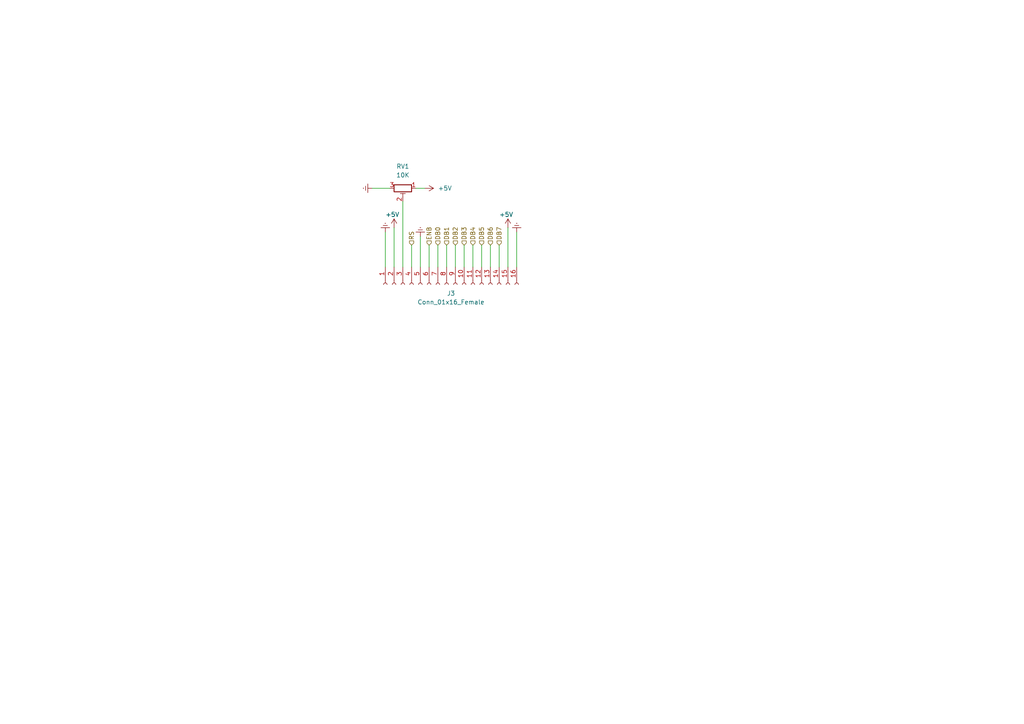
<source format=kicad_sch>
(kicad_sch (version 20211123) (generator eeschema)

  (uuid 51f5d609-3128-4950-b055-c25b60121b76)

  (paper "A4")

  (lib_symbols
    (symbol "Connector:Conn_01x16_Female" (pin_names (offset 1.016) hide) (in_bom yes) (on_board yes)
      (property "Reference" "J" (id 0) (at 0 20.32 0)
        (effects (font (size 1.27 1.27)))
      )
      (property "Value" "Conn_01x16_Female" (id 1) (at 0 -22.86 0)
        (effects (font (size 1.27 1.27)))
      )
      (property "Footprint" "" (id 2) (at 0 0 0)
        (effects (font (size 1.27 1.27)) hide)
      )
      (property "Datasheet" "~" (id 3) (at 0 0 0)
        (effects (font (size 1.27 1.27)) hide)
      )
      (property "ki_keywords" "connector" (id 4) (at 0 0 0)
        (effects (font (size 1.27 1.27)) hide)
      )
      (property "ki_description" "Generic connector, single row, 01x16, script generated (kicad-library-utils/schlib/autogen/connector/)" (id 5) (at 0 0 0)
        (effects (font (size 1.27 1.27)) hide)
      )
      (property "ki_fp_filters" "Connector*:*_1x??_*" (id 6) (at 0 0 0)
        (effects (font (size 1.27 1.27)) hide)
      )
      (symbol "Conn_01x16_Female_1_1"
        (arc (start 0 -19.812) (mid -0.508 -20.32) (end 0 -20.828)
          (stroke (width 0.1524) (type default) (color 0 0 0 0))
          (fill (type none))
        )
        (arc (start 0 -17.272) (mid -0.508 -17.78) (end 0 -18.288)
          (stroke (width 0.1524) (type default) (color 0 0 0 0))
          (fill (type none))
        )
        (arc (start 0 -14.732) (mid -0.508 -15.24) (end 0 -15.748)
          (stroke (width 0.1524) (type default) (color 0 0 0 0))
          (fill (type none))
        )
        (arc (start 0 -12.192) (mid -0.508 -12.7) (end 0 -13.208)
          (stroke (width 0.1524) (type default) (color 0 0 0 0))
          (fill (type none))
        )
        (arc (start 0 -9.652) (mid -0.508 -10.16) (end 0 -10.668)
          (stroke (width 0.1524) (type default) (color 0 0 0 0))
          (fill (type none))
        )
        (arc (start 0 -7.112) (mid -0.508 -7.62) (end 0 -8.128)
          (stroke (width 0.1524) (type default) (color 0 0 0 0))
          (fill (type none))
        )
        (arc (start 0 -4.572) (mid -0.508 -5.08) (end 0 -5.588)
          (stroke (width 0.1524) (type default) (color 0 0 0 0))
          (fill (type none))
        )
        (arc (start 0 -2.032) (mid -0.508 -2.54) (end 0 -3.048)
          (stroke (width 0.1524) (type default) (color 0 0 0 0))
          (fill (type none))
        )
        (polyline
          (pts
            (xy -1.27 -20.32)
            (xy -0.508 -20.32)
          )
          (stroke (width 0.1524) (type default) (color 0 0 0 0))
          (fill (type none))
        )
        (polyline
          (pts
            (xy -1.27 -17.78)
            (xy -0.508 -17.78)
          )
          (stroke (width 0.1524) (type default) (color 0 0 0 0))
          (fill (type none))
        )
        (polyline
          (pts
            (xy -1.27 -15.24)
            (xy -0.508 -15.24)
          )
          (stroke (width 0.1524) (type default) (color 0 0 0 0))
          (fill (type none))
        )
        (polyline
          (pts
            (xy -1.27 -12.7)
            (xy -0.508 -12.7)
          )
          (stroke (width 0.1524) (type default) (color 0 0 0 0))
          (fill (type none))
        )
        (polyline
          (pts
            (xy -1.27 -10.16)
            (xy -0.508 -10.16)
          )
          (stroke (width 0.1524) (type default) (color 0 0 0 0))
          (fill (type none))
        )
        (polyline
          (pts
            (xy -1.27 -7.62)
            (xy -0.508 -7.62)
          )
          (stroke (width 0.1524) (type default) (color 0 0 0 0))
          (fill (type none))
        )
        (polyline
          (pts
            (xy -1.27 -5.08)
            (xy -0.508 -5.08)
          )
          (stroke (width 0.1524) (type default) (color 0 0 0 0))
          (fill (type none))
        )
        (polyline
          (pts
            (xy -1.27 -2.54)
            (xy -0.508 -2.54)
          )
          (stroke (width 0.1524) (type default) (color 0 0 0 0))
          (fill (type none))
        )
        (polyline
          (pts
            (xy -1.27 0)
            (xy -0.508 0)
          )
          (stroke (width 0.1524) (type default) (color 0 0 0 0))
          (fill (type none))
        )
        (polyline
          (pts
            (xy -1.27 2.54)
            (xy -0.508 2.54)
          )
          (stroke (width 0.1524) (type default) (color 0 0 0 0))
          (fill (type none))
        )
        (polyline
          (pts
            (xy -1.27 5.08)
            (xy -0.508 5.08)
          )
          (stroke (width 0.1524) (type default) (color 0 0 0 0))
          (fill (type none))
        )
        (polyline
          (pts
            (xy -1.27 7.62)
            (xy -0.508 7.62)
          )
          (stroke (width 0.1524) (type default) (color 0 0 0 0))
          (fill (type none))
        )
        (polyline
          (pts
            (xy -1.27 10.16)
            (xy -0.508 10.16)
          )
          (stroke (width 0.1524) (type default) (color 0 0 0 0))
          (fill (type none))
        )
        (polyline
          (pts
            (xy -1.27 12.7)
            (xy -0.508 12.7)
          )
          (stroke (width 0.1524) (type default) (color 0 0 0 0))
          (fill (type none))
        )
        (polyline
          (pts
            (xy -1.27 15.24)
            (xy -0.508 15.24)
          )
          (stroke (width 0.1524) (type default) (color 0 0 0 0))
          (fill (type none))
        )
        (polyline
          (pts
            (xy -1.27 17.78)
            (xy -0.508 17.78)
          )
          (stroke (width 0.1524) (type default) (color 0 0 0 0))
          (fill (type none))
        )
        (arc (start 0 0.508) (mid -0.508 0) (end 0 -0.508)
          (stroke (width 0.1524) (type default) (color 0 0 0 0))
          (fill (type none))
        )
        (arc (start 0 3.048) (mid -0.508 2.54) (end 0 2.032)
          (stroke (width 0.1524) (type default) (color 0 0 0 0))
          (fill (type none))
        )
        (arc (start 0 5.588) (mid -0.508 5.08) (end 0 4.572)
          (stroke (width 0.1524) (type default) (color 0 0 0 0))
          (fill (type none))
        )
        (arc (start 0 8.128) (mid -0.508 7.62) (end 0 7.112)
          (stroke (width 0.1524) (type default) (color 0 0 0 0))
          (fill (type none))
        )
        (arc (start 0 10.668) (mid -0.508 10.16) (end 0 9.652)
          (stroke (width 0.1524) (type default) (color 0 0 0 0))
          (fill (type none))
        )
        (arc (start 0 13.208) (mid -0.508 12.7) (end 0 12.192)
          (stroke (width 0.1524) (type default) (color 0 0 0 0))
          (fill (type none))
        )
        (arc (start 0 15.748) (mid -0.508 15.24) (end 0 14.732)
          (stroke (width 0.1524) (type default) (color 0 0 0 0))
          (fill (type none))
        )
        (arc (start 0 18.288) (mid -0.508 17.78) (end 0 17.272)
          (stroke (width 0.1524) (type default) (color 0 0 0 0))
          (fill (type none))
        )
        (pin passive line (at -5.08 17.78 0) (length 3.81)
          (name "Pin_1" (effects (font (size 1.27 1.27))))
          (number "1" (effects (font (size 1.27 1.27))))
        )
        (pin passive line (at -5.08 -5.08 0) (length 3.81)
          (name "Pin_10" (effects (font (size 1.27 1.27))))
          (number "10" (effects (font (size 1.27 1.27))))
        )
        (pin passive line (at -5.08 -7.62 0) (length 3.81)
          (name "Pin_11" (effects (font (size 1.27 1.27))))
          (number "11" (effects (font (size 1.27 1.27))))
        )
        (pin passive line (at -5.08 -10.16 0) (length 3.81)
          (name "Pin_12" (effects (font (size 1.27 1.27))))
          (number "12" (effects (font (size 1.27 1.27))))
        )
        (pin passive line (at -5.08 -12.7 0) (length 3.81)
          (name "Pin_13" (effects (font (size 1.27 1.27))))
          (number "13" (effects (font (size 1.27 1.27))))
        )
        (pin passive line (at -5.08 -15.24 0) (length 3.81)
          (name "Pin_14" (effects (font (size 1.27 1.27))))
          (number "14" (effects (font (size 1.27 1.27))))
        )
        (pin passive line (at -5.08 -17.78 0) (length 3.81)
          (name "Pin_15" (effects (font (size 1.27 1.27))))
          (number "15" (effects (font (size 1.27 1.27))))
        )
        (pin passive line (at -5.08 -20.32 0) (length 3.81)
          (name "Pin_16" (effects (font (size 1.27 1.27))))
          (number "16" (effects (font (size 1.27 1.27))))
        )
        (pin passive line (at -5.08 15.24 0) (length 3.81)
          (name "Pin_2" (effects (font (size 1.27 1.27))))
          (number "2" (effects (font (size 1.27 1.27))))
        )
        (pin passive line (at -5.08 12.7 0) (length 3.81)
          (name "Pin_3" (effects (font (size 1.27 1.27))))
          (number "3" (effects (font (size 1.27 1.27))))
        )
        (pin passive line (at -5.08 10.16 0) (length 3.81)
          (name "Pin_4" (effects (font (size 1.27 1.27))))
          (number "4" (effects (font (size 1.27 1.27))))
        )
        (pin passive line (at -5.08 7.62 0) (length 3.81)
          (name "Pin_5" (effects (font (size 1.27 1.27))))
          (number "5" (effects (font (size 1.27 1.27))))
        )
        (pin passive line (at -5.08 5.08 0) (length 3.81)
          (name "Pin_6" (effects (font (size 1.27 1.27))))
          (number "6" (effects (font (size 1.27 1.27))))
        )
        (pin passive line (at -5.08 2.54 0) (length 3.81)
          (name "Pin_7" (effects (font (size 1.27 1.27))))
          (number "7" (effects (font (size 1.27 1.27))))
        )
        (pin passive line (at -5.08 0 0) (length 3.81)
          (name "Pin_8" (effects (font (size 1.27 1.27))))
          (number "8" (effects (font (size 1.27 1.27))))
        )
        (pin passive line (at -5.08 -2.54 0) (length 3.81)
          (name "Pin_9" (effects (font (size 1.27 1.27))))
          (number "9" (effects (font (size 1.27 1.27))))
        )
      )
    )
    (symbol "Device:R_Potentiometer_Trim" (pin_names (offset 1.016) hide) (in_bom yes) (on_board yes)
      (property "Reference" "RV" (id 0) (at -4.445 0 90)
        (effects (font (size 1.27 1.27)))
      )
      (property "Value" "R_Potentiometer_Trim" (id 1) (at -2.54 0 90)
        (effects (font (size 1.27 1.27)))
      )
      (property "Footprint" "" (id 2) (at 0 0 0)
        (effects (font (size 1.27 1.27)) hide)
      )
      (property "Datasheet" "~" (id 3) (at 0 0 0)
        (effects (font (size 1.27 1.27)) hide)
      )
      (property "ki_keywords" "resistor variable trimpot trimmer" (id 4) (at 0 0 0)
        (effects (font (size 1.27 1.27)) hide)
      )
      (property "ki_description" "Trim-potentiometer" (id 5) (at 0 0 0)
        (effects (font (size 1.27 1.27)) hide)
      )
      (property "ki_fp_filters" "Potentiometer*" (id 6) (at 0 0 0)
        (effects (font (size 1.27 1.27)) hide)
      )
      (symbol "R_Potentiometer_Trim_0_1"
        (polyline
          (pts
            (xy 1.524 0.762)
            (xy 1.524 -0.762)
          )
          (stroke (width 0) (type default) (color 0 0 0 0))
          (fill (type none))
        )
        (polyline
          (pts
            (xy 2.54 0)
            (xy 1.524 0)
          )
          (stroke (width 0) (type default) (color 0 0 0 0))
          (fill (type none))
        )
        (rectangle (start 1.016 2.54) (end -1.016 -2.54)
          (stroke (width 0.254) (type default) (color 0 0 0 0))
          (fill (type none))
        )
      )
      (symbol "R_Potentiometer_Trim_1_1"
        (pin passive line (at 0 3.81 270) (length 1.27)
          (name "1" (effects (font (size 1.27 1.27))))
          (number "1" (effects (font (size 1.27 1.27))))
        )
        (pin passive line (at 3.81 0 180) (length 1.27)
          (name "2" (effects (font (size 1.27 1.27))))
          (number "2" (effects (font (size 1.27 1.27))))
        )
        (pin passive line (at 0 -3.81 90) (length 1.27)
          (name "3" (effects (font (size 1.27 1.27))))
          (number "3" (effects (font (size 1.27 1.27))))
        )
      )
    )
    (symbol "power:+5V" (power) (pin_names (offset 0)) (in_bom yes) (on_board yes)
      (property "Reference" "#PWR" (id 0) (at 0 -3.81 0)
        (effects (font (size 1.27 1.27)) hide)
      )
      (property "Value" "+5V" (id 1) (at 0 3.556 0)
        (effects (font (size 1.27 1.27)))
      )
      (property "Footprint" "" (id 2) (at 0 0 0)
        (effects (font (size 1.27 1.27)) hide)
      )
      (property "Datasheet" "" (id 3) (at 0 0 0)
        (effects (font (size 1.27 1.27)) hide)
      )
      (property "ki_keywords" "power-flag" (id 4) (at 0 0 0)
        (effects (font (size 1.27 1.27)) hide)
      )
      (property "ki_description" "Power symbol creates a global label with name \"+5V\"" (id 5) (at 0 0 0)
        (effects (font (size 1.27 1.27)) hide)
      )
      (symbol "+5V_0_1"
        (polyline
          (pts
            (xy -0.762 1.27)
            (xy 0 2.54)
          )
          (stroke (width 0) (type default) (color 0 0 0 0))
          (fill (type none))
        )
        (polyline
          (pts
            (xy 0 0)
            (xy 0 2.54)
          )
          (stroke (width 0) (type default) (color 0 0 0 0))
          (fill (type none))
        )
        (polyline
          (pts
            (xy 0 2.54)
            (xy 0.762 1.27)
          )
          (stroke (width 0) (type default) (color 0 0 0 0))
          (fill (type none))
        )
      )
      (symbol "+5V_1_1"
        (pin power_in line (at 0 0 90) (length 0) hide
          (name "+5V" (effects (font (size 1.27 1.27))))
          (number "1" (effects (font (size 1.27 1.27))))
        )
      )
    )
    (symbol "power:Earth" (power) (pin_names (offset 0)) (in_bom yes) (on_board yes)
      (property "Reference" "#PWR" (id 0) (at 0 -6.35 0)
        (effects (font (size 1.27 1.27)) hide)
      )
      (property "Value" "Earth" (id 1) (at 0 -3.81 0)
        (effects (font (size 1.27 1.27)) hide)
      )
      (property "Footprint" "" (id 2) (at 0 0 0)
        (effects (font (size 1.27 1.27)) hide)
      )
      (property "Datasheet" "~" (id 3) (at 0 0 0)
        (effects (font (size 1.27 1.27)) hide)
      )
      (property "ki_keywords" "power-flag ground gnd" (id 4) (at 0 0 0)
        (effects (font (size 1.27 1.27)) hide)
      )
      (property "ki_description" "Power symbol creates a global label with name \"Earth\"" (id 5) (at 0 0 0)
        (effects (font (size 1.27 1.27)) hide)
      )
      (symbol "Earth_0_1"
        (polyline
          (pts
            (xy -0.635 -1.905)
            (xy 0.635 -1.905)
          )
          (stroke (width 0) (type default) (color 0 0 0 0))
          (fill (type none))
        )
        (polyline
          (pts
            (xy -0.127 -2.54)
            (xy 0.127 -2.54)
          )
          (stroke (width 0) (type default) (color 0 0 0 0))
          (fill (type none))
        )
        (polyline
          (pts
            (xy 0 -1.27)
            (xy 0 0)
          )
          (stroke (width 0) (type default) (color 0 0 0 0))
          (fill (type none))
        )
        (polyline
          (pts
            (xy 1.27 -1.27)
            (xy -1.27 -1.27)
          )
          (stroke (width 0) (type default) (color 0 0 0 0))
          (fill (type none))
        )
      )
      (symbol "Earth_1_1"
        (pin power_in line (at 0 0 270) (length 0) hide
          (name "Earth" (effects (font (size 1.27 1.27))))
          (number "1" (effects (font (size 1.27 1.27))))
        )
      )
    )
  )


  (wire (pts (xy 137.16 71.12) (xy 137.16 77.47))
    (stroke (width 0) (type default) (color 0 0 0 0))
    (uuid 0dd0122c-3d23-4539-ac39-6a53d70254ba)
  )
  (wire (pts (xy 127 71.12) (xy 127 77.47))
    (stroke (width 0) (type default) (color 0 0 0 0))
    (uuid 1773f842-3a2c-49fd-9122-704b09dde5e9)
  )
  (wire (pts (xy 134.62 71.12) (xy 134.62 77.47))
    (stroke (width 0) (type default) (color 0 0 0 0))
    (uuid 2a107db4-08bc-4e2c-89e7-f04b4ba387c1)
  )
  (wire (pts (xy 149.86 67.31) (xy 149.86 77.47))
    (stroke (width 0) (type default) (color 0 0 0 0))
    (uuid 2c8ad770-d52a-47dd-b394-d7ac617bf54a)
  )
  (wire (pts (xy 142.24 71.12) (xy 142.24 77.47))
    (stroke (width 0) (type default) (color 0 0 0 0))
    (uuid 2eb87501-b4db-4d39-8990-b332cf5e5a3c)
  )
  (wire (pts (xy 116.84 58.42) (xy 116.84 77.47))
    (stroke (width 0) (type default) (color 0 0 0 0))
    (uuid 35c71e4a-e6f1-4549-a48e-96e56b3dbfba)
  )
  (wire (pts (xy 144.78 71.12) (xy 144.78 77.47))
    (stroke (width 0) (type default) (color 0 0 0 0))
    (uuid 39c16baa-8875-4c34-86a0-bc719da164e9)
  )
  (wire (pts (xy 111.76 67.31) (xy 111.76 77.47))
    (stroke (width 0) (type default) (color 0 0 0 0))
    (uuid 49a27b2f-3bd8-455f-a76a-5af4d8b4d3a6)
  )
  (wire (pts (xy 120.65 54.61) (xy 123.19 54.61))
    (stroke (width 0) (type default) (color 0 0 0 0))
    (uuid 65a2db89-c092-46dc-883d-32202e06801c)
  )
  (wire (pts (xy 147.32 66.04) (xy 147.32 77.47))
    (stroke (width 0) (type default) (color 0 0 0 0))
    (uuid 65cd81e7-b858-418b-9103-3788a4532122)
  )
  (wire (pts (xy 139.7 71.12) (xy 139.7 77.47))
    (stroke (width 0) (type default) (color 0 0 0 0))
    (uuid 70802c95-0a1e-47d8-89dc-4051741d366c)
  )
  (wire (pts (xy 114.3 66.04) (xy 114.3 77.47))
    (stroke (width 0) (type default) (color 0 0 0 0))
    (uuid a7b787d6-15f7-4ff6-83d4-b25b5958ac66)
  )
  (wire (pts (xy 132.08 71.12) (xy 132.08 77.47))
    (stroke (width 0) (type default) (color 0 0 0 0))
    (uuid b2b5434f-c4ca-4324-a7a0-a8c5439373e1)
  )
  (wire (pts (xy 107.95 54.61) (xy 113.03 54.61))
    (stroke (width 0) (type default) (color 0 0 0 0))
    (uuid bbfaacf3-e1ca-4642-8989-ebd16eb6cd49)
  )
  (wire (pts (xy 121.92 68.58) (xy 121.92 77.47))
    (stroke (width 0) (type default) (color 0 0 0 0))
    (uuid d587b102-2245-4133-9ebe-cc978e3377a5)
  )
  (wire (pts (xy 124.46 71.12) (xy 124.46 77.47))
    (stroke (width 0) (type default) (color 0 0 0 0))
    (uuid d6ea6450-dee0-45d7-a7ff-7b33ac2e6cf8)
  )
  (wire (pts (xy 129.54 71.12) (xy 129.54 77.47))
    (stroke (width 0) (type default) (color 0 0 0 0))
    (uuid dc309b27-859b-4561-a792-de4db4d9955e)
  )
  (wire (pts (xy 119.38 71.12) (xy 119.38 77.47))
    (stroke (width 0) (type default) (color 0 0 0 0))
    (uuid f60decb2-7ef7-4642-b1dd-073f003b1302)
  )

  (hierarchical_label "RS" (shape input) (at 119.38 71.12 90)
    (effects (font (size 1.27 1.27)) (justify left))
    (uuid 43cc5e45-f045-40ba-b284-110e45d5f867)
  )
  (hierarchical_label "DB4" (shape input) (at 137.16 71.12 90)
    (effects (font (size 1.27 1.27)) (justify left))
    (uuid 4730a7c2-94bb-4567-af01-08c98e151066)
  )
  (hierarchical_label "DB1" (shape input) (at 129.54 71.12 90)
    (effects (font (size 1.27 1.27)) (justify left))
    (uuid 4740d831-45e8-4963-9c06-49ada22ea3a2)
  )
  (hierarchical_label "DB3" (shape input) (at 134.62 71.12 90)
    (effects (font (size 1.27 1.27)) (justify left))
    (uuid 612d9ca5-3250-48a6-b37d-da5447b96613)
  )
  (hierarchical_label "DB5" (shape input) (at 139.7 71.12 90)
    (effects (font (size 1.27 1.27)) (justify left))
    (uuid 80b51f1f-d34c-4812-9da1-fcf11d0ee557)
  )
  (hierarchical_label "DB6" (shape input) (at 142.24 71.12 90)
    (effects (font (size 1.27 1.27)) (justify left))
    (uuid 865a0dc5-4e02-4f6e-ae27-200d49161b4a)
  )
  (hierarchical_label "ENB" (shape input) (at 124.46 71.12 90)
    (effects (font (size 1.27 1.27)) (justify left))
    (uuid 95303566-d289-4245-868a-8099498baf30)
  )
  (hierarchical_label "DB0" (shape input) (at 127 71.12 90)
    (effects (font (size 1.27 1.27)) (justify left))
    (uuid a4c277fa-c7eb-4510-bb4d-454167c8f318)
  )
  (hierarchical_label "DB7" (shape input) (at 144.78 71.12 90)
    (effects (font (size 1.27 1.27)) (justify left))
    (uuid c3b365a2-9a68-4b18-b1f8-81229e3e6de5)
  )
  (hierarchical_label "DB2" (shape input) (at 132.08 71.12 90)
    (effects (font (size 1.27 1.27)) (justify left))
    (uuid d97c3b43-ea1e-4e7d-b00f-1a7957c19f73)
  )

  (symbol (lib_id "power:+5V") (at 147.32 66.04 0) (unit 1)
    (in_bom yes) (on_board yes)
    (uuid 06911b3c-ed0a-4e2d-88a7-7f4be8891733)
    (property "Reference" "#PWR05" (id 0) (at 147.32 69.85 0)
      (effects (font (size 1.27 1.27)) hide)
    )
    (property "Value" "+5V" (id 1) (at 144.78 62.23 0)
      (effects (font (size 1.27 1.27)) (justify left))
    )
    (property "Footprint" "" (id 2) (at 147.32 66.04 0)
      (effects (font (size 1.27 1.27)) hide)
    )
    (property "Datasheet" "" (id 3) (at 147.32 66.04 0)
      (effects (font (size 1.27 1.27)) hide)
    )
    (pin "1" (uuid 02157caf-db2f-4d08-8094-a96fe57c01fa))
  )

  (symbol (lib_id "power:Earth") (at 121.92 68.58 180) (unit 1)
    (in_bom yes) (on_board yes) (fields_autoplaced)
    (uuid 2c5e8333-97f5-4043-9458-b719dcc02699)
    (property "Reference" "#PWR025" (id 0) (at 121.92 62.23 0)
      (effects (font (size 1.27 1.27)) hide)
    )
    (property "Value" "Earth" (id 1) (at 121.92 64.77 0)
      (effects (font (size 1.27 1.27)) hide)
    )
    (property "Footprint" "" (id 2) (at 121.92 68.58 0)
      (effects (font (size 1.27 1.27)) hide)
    )
    (property "Datasheet" "~" (id 3) (at 121.92 68.58 0)
      (effects (font (size 1.27 1.27)) hide)
    )
    (pin "1" (uuid ed87de78-3c9a-4cd2-96ca-35e1ef1f08cf))
  )

  (symbol (lib_id "power:+5V") (at 114.3 66.04 0) (unit 1)
    (in_bom yes) (on_board yes)
    (uuid 2efd30cd-2375-40fa-ac5c-6859bbb06c94)
    (property "Reference" "#PWR03" (id 0) (at 114.3 69.85 0)
      (effects (font (size 1.27 1.27)) hide)
    )
    (property "Value" "+5V" (id 1) (at 111.76 62.23 0)
      (effects (font (size 1.27 1.27)) (justify left))
    )
    (property "Footprint" "" (id 2) (at 114.3 66.04 0)
      (effects (font (size 1.27 1.27)) hide)
    )
    (property "Datasheet" "" (id 3) (at 114.3 66.04 0)
      (effects (font (size 1.27 1.27)) hide)
    )
    (pin "1" (uuid 5ef19776-eef5-4fea-91d3-80a69618a8eb))
  )

  (symbol (lib_id "Device:R_Potentiometer_Trim") (at 116.84 54.61 270) (unit 1)
    (in_bom yes) (on_board yes) (fields_autoplaced)
    (uuid 370d07cf-45ba-4f57-acd9-04a57eb280ff)
    (property "Reference" "RV1" (id 0) (at 116.84 48.26 90))
    (property "Value" "10K" (id 1) (at 116.84 50.8 90))
    (property "Footprint" "Potentiometer_THT:Potentiometer_Bourns_3296W_Vertical" (id 2) (at 116.84 54.61 0)
      (effects (font (size 1.27 1.27)) hide)
    )
    (property "Datasheet" "~" (id 3) (at 116.84 54.61 0)
      (effects (font (size 1.27 1.27)) hide)
    )
    (pin "1" (uuid 50f0f475-498c-46ee-9457-9a14d7391ff6))
    (pin "2" (uuid 96aff114-6e67-4caf-b43a-dd34818e4165))
    (pin "3" (uuid bdcef0ab-3ba8-4434-aaaa-2c6e3a0007ac))
  )

  (symbol (lib_id "power:Earth") (at 107.95 54.61 270) (unit 1)
    (in_bom yes) (on_board yes) (fields_autoplaced)
    (uuid b592fd72-f462-479a-9f7d-69539e2d01d7)
    (property "Reference" "#PWR01" (id 0) (at 101.6 54.61 0)
      (effects (font (size 1.27 1.27)) hide)
    )
    (property "Value" "Earth" (id 1) (at 104.14 54.61 0)
      (effects (font (size 1.27 1.27)) hide)
    )
    (property "Footprint" "" (id 2) (at 107.95 54.61 0)
      (effects (font (size 1.27 1.27)) hide)
    )
    (property "Datasheet" "~" (id 3) (at 107.95 54.61 0)
      (effects (font (size 1.27 1.27)) hide)
    )
    (pin "1" (uuid e220a580-3804-4792-9421-7773dea08d70))
  )

  (symbol (lib_id "Connector:Conn_01x16_Female") (at 129.54 82.55 90) (mirror x) (unit 1)
    (in_bom yes) (on_board yes) (fields_autoplaced)
    (uuid d11eef48-bd0c-4ee1-b8bd-50e661d07f14)
    (property "Reference" "J3" (id 0) (at 130.81 85.09 90))
    (property "Value" "Conn_01x16_Female" (id 1) (at 130.81 87.63 90))
    (property "Footprint" "Connector_PinSocket_2.54mm:PinSocket_1x16_P2.54mm_Vertical" (id 2) (at 129.54 82.55 0)
      (effects (font (size 1.27 1.27)) hide)
    )
    (property "Datasheet" "~" (id 3) (at 129.54 82.55 0)
      (effects (font (size 1.27 1.27)) hide)
    )
    (pin "1" (uuid 8942b277-684a-4284-a5be-85d131c0a89c))
    (pin "10" (uuid e26b6fcb-452c-406c-aeaa-b685e9f4d6c9))
    (pin "11" (uuid 572cb720-6932-4459-815b-fbe84cd5e435))
    (pin "12" (uuid 37220cc2-2120-4f32-b194-9804c7c9a3b6))
    (pin "13" (uuid 8567d12f-9d0f-4845-969c-dddbca95ea21))
    (pin "14" (uuid e423c0a0-f45b-4f27-ae99-d7da960abb78))
    (pin "15" (uuid 1ae306e5-ca1a-4536-80b1-168cb9e512c2))
    (pin "16" (uuid 8706c9f1-409b-4356-82df-115f2621ee21))
    (pin "2" (uuid 384e5e05-4f04-43ff-909c-76052c574ef8))
    (pin "3" (uuid c589297c-5175-4b3f-a466-26874e502414))
    (pin "4" (uuid 7c8f5ced-7f1a-4e12-b0f7-3311527ab87b))
    (pin "5" (uuid 2e02ceac-f7c0-40fd-8e40-af2a056d71a9))
    (pin "6" (uuid 077035ab-aa7b-4221-b146-75cb480e3696))
    (pin "7" (uuid af700b52-23a3-40b1-aed0-ef95113ce118))
    (pin "8" (uuid 3636fa69-5377-4db1-81c2-34483835bee4))
    (pin "9" (uuid 08a5055e-402a-4e38-b66b-6747b5aa3d80))
  )

  (symbol (lib_id "power:+5V") (at 123.19 54.61 270) (unit 1)
    (in_bom yes) (on_board yes) (fields_autoplaced)
    (uuid e6937010-9ad7-4f81-9196-9c09b253d586)
    (property "Reference" "#PWR04" (id 0) (at 119.38 54.61 0)
      (effects (font (size 1.27 1.27)) hide)
    )
    (property "Value" "+5V" (id 1) (at 127 54.6099 90)
      (effects (font (size 1.27 1.27)) (justify left))
    )
    (property "Footprint" "" (id 2) (at 123.19 54.61 0)
      (effects (font (size 1.27 1.27)) hide)
    )
    (property "Datasheet" "" (id 3) (at 123.19 54.61 0)
      (effects (font (size 1.27 1.27)) hide)
    )
    (pin "1" (uuid 4a86530a-f471-4f19-aea9-9defeaa3a06e))
  )

  (symbol (lib_id "power:Earth") (at 111.76 67.31 180) (unit 1)
    (in_bom yes) (on_board yes) (fields_autoplaced)
    (uuid eae803db-00be-4968-8084-c9c8559d15cb)
    (property "Reference" "#PWR02" (id 0) (at 111.76 60.96 0)
      (effects (font (size 1.27 1.27)) hide)
    )
    (property "Value" "Earth" (id 1) (at 111.76 63.5 0)
      (effects (font (size 1.27 1.27)) hide)
    )
    (property "Footprint" "" (id 2) (at 111.76 67.31 0)
      (effects (font (size 1.27 1.27)) hide)
    )
    (property "Datasheet" "~" (id 3) (at 111.76 67.31 0)
      (effects (font (size 1.27 1.27)) hide)
    )
    (pin "1" (uuid 09e1f191-4400-49e1-8a33-23b7916437f0))
  )

  (symbol (lib_id "power:Earth") (at 149.86 67.31 180) (unit 1)
    (in_bom yes) (on_board yes) (fields_autoplaced)
    (uuid f846cd60-4224-41d2-b31d-76c831f16804)
    (property "Reference" "#PWR06" (id 0) (at 149.86 60.96 0)
      (effects (font (size 1.27 1.27)) hide)
    )
    (property "Value" "Earth" (id 1) (at 149.86 63.5 0)
      (effects (font (size 1.27 1.27)) hide)
    )
    (property "Footprint" "" (id 2) (at 149.86 67.31 0)
      (effects (font (size 1.27 1.27)) hide)
    )
    (property "Datasheet" "~" (id 3) (at 149.86 67.31 0)
      (effects (font (size 1.27 1.27)) hide)
    )
    (pin "1" (uuid 9e031a78-1f21-417e-a80d-3544091715c7))
  )
)

</source>
